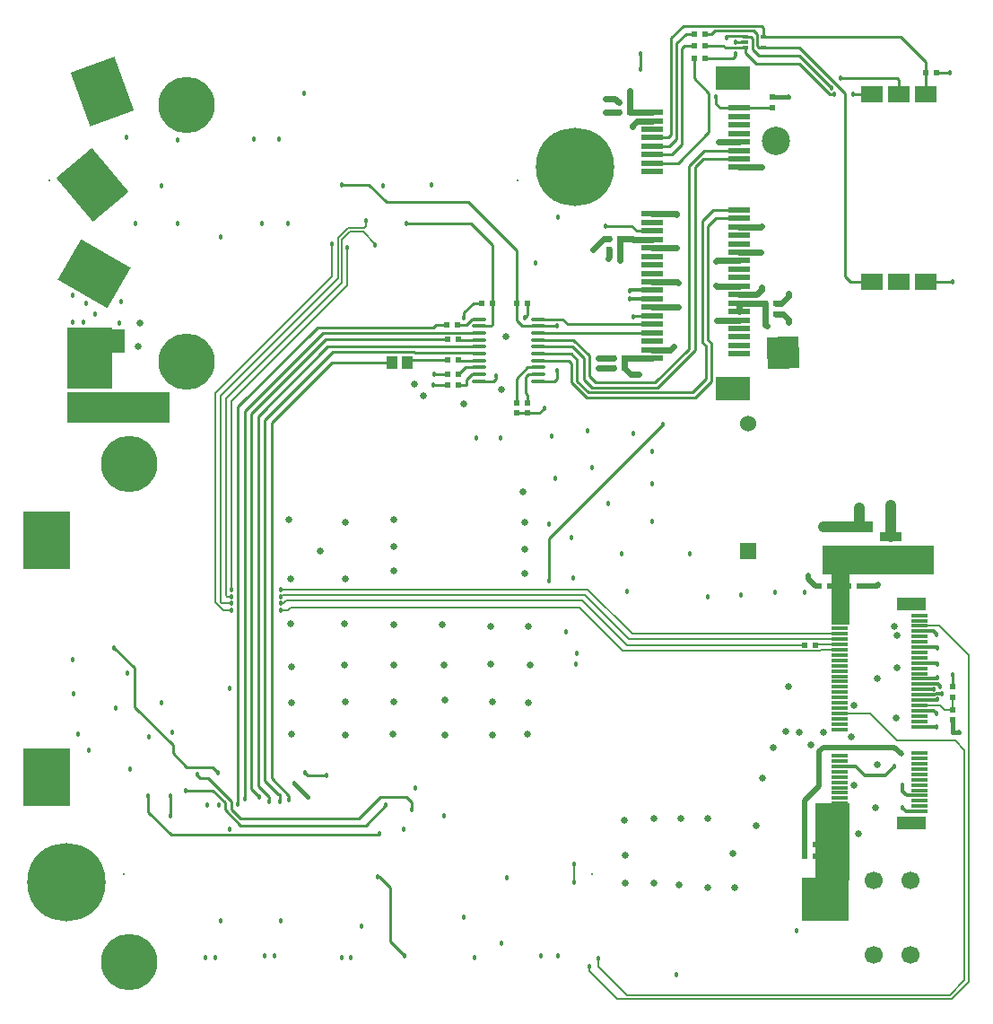
<source format=gbl>
G04 Layer_Physical_Order=4*
G04 Layer_Color=16711680*
%FSLAX25Y25*%
%MOIN*%
G70*
G01*
G75*
%ADD12R,0.02362X0.02362*%
%ADD13R,0.02362X0.02362*%
%ADD14R,0.02362X0.01968*%
%ADD18O,0.05512X0.01378*%
%ADD20R,0.07874X0.03347*%
%ADD30R,0.03937X0.05118*%
%ADD38R,0.10236X0.04331*%
%ADD45C,0.01500*%
%ADD46C,0.01000*%
%ADD48C,0.04000*%
%ADD49C,0.02000*%
%ADD50C,0.01300*%
%ADD51C,0.00700*%
%ADD56P,0.16703X4X317.0*%
%ADD57C,0.10512*%
%ADD58R,0.06000X0.06000*%
%ADD59C,0.06000*%
%ADD60C,0.06693*%
%ADD61C,0.29134*%
%ADD62C,0.20866*%
%ADD63C,0.00787*%
%ADD64C,0.01800*%
%ADD65C,0.02600*%
%ADD77R,0.06102X0.01181*%
%ADD78R,0.10827X0.04724*%
%ADD79R,0.12598X0.09055*%
%ADD80R,0.07874X0.02362*%
%ADD81R,0.17323X0.21260*%
G04:AMPARAMS|DCode=82|XSize=212.6mil|YSize=173.23mil|CornerRadius=0mil|HoleSize=0mil|Usage=FLASHONLY|Rotation=110.000|XOffset=0mil|YOffset=0mil|HoleType=Round|Shape=Rectangle|*
%AMROTATEDRECTD82*
4,1,4,0.11775,-0.07026,-0.04503,-0.12951,-0.11775,0.07026,0.04503,0.12951,0.11775,-0.07026,0.0*
%
%ADD82ROTATEDRECTD82*%

G04:AMPARAMS|DCode=83|XSize=212.6mil|YSize=173.23mil|CornerRadius=0mil|HoleSize=0mil|Usage=FLASHONLY|Rotation=150.000|XOffset=0mil|YOffset=0mil|HoleType=Round|Shape=Rectangle|*
%AMROTATEDRECTD83*
4,1,4,0.13537,0.02186,0.04875,-0.12816,-0.13537,-0.02186,-0.04875,0.12816,0.13537,0.02186,0.0*
%
%ADD83ROTATEDRECTD83*%

G04:AMPARAMS|DCode=84|XSize=212.6mil|YSize=173.23mil|CornerRadius=0mil|HoleSize=0mil|Usage=FLASHONLY|Rotation=130.000|XOffset=0mil|YOffset=0mil|HoleType=Round|Shape=Rectangle|*
%AMROTATEDRECTD84*
4,1,4,0.13468,-0.02576,0.00198,-0.13710,-0.13468,0.02576,-0.00198,0.13710,0.13468,-0.02576,0.0*
%
%ADD84ROTATEDRECTD84*%

%ADD85R,0.07874X0.06299*%
%ADD86R,0.01968X0.01772*%
%ADD87R,0.02559X0.01181*%
%ADD88R,0.01968X0.01476*%
%ADD89R,0.20472X0.09055*%
%ADD90C,0.01180*%
%ADD91C,0.02300*%
%ADD92R,0.17000X0.23000*%
%ADD93R,0.17500X0.16000*%
%ADD94R,0.12500X0.29000*%
%ADD95R,0.06500X0.19500*%
%ADD96R,0.41500X0.11000*%
%ADD97R,0.38000X0.11500*%
D12*
X464000Y238032D02*
D03*
Y241968D02*
D03*
Y246532D02*
D03*
Y250468D02*
D03*
X306000Y352031D02*
D03*
Y355968D02*
D03*
X302000Y352031D02*
D03*
Y355968D02*
D03*
X397000Y469468D02*
D03*
Y465531D02*
D03*
D13*
X368000Y484000D02*
D03*
X371937D02*
D03*
X368032Y488500D02*
D03*
X371969D02*
D03*
X368032Y493000D02*
D03*
X371969D02*
D03*
X409031Y266000D02*
D03*
X412968D02*
D03*
X280469Y362500D02*
D03*
X276532D02*
D03*
X280469Y366500D02*
D03*
X276532D02*
D03*
X280469Y379500D02*
D03*
X276532D02*
D03*
X279969Y385000D02*
D03*
X276031D02*
D03*
X280469Y372000D02*
D03*
X276532D02*
D03*
D14*
X454032Y478500D02*
D03*
X457969D02*
D03*
X425531Y288000D02*
D03*
X429468D02*
D03*
X418469Y288000D02*
D03*
X414532D02*
D03*
X412968Y187500D02*
D03*
X409031D02*
D03*
X412968Y192000D02*
D03*
X409031D02*
D03*
X341968Y372500D02*
D03*
X338032D02*
D03*
X341968Y369000D02*
D03*
X338032D02*
D03*
X394531Y389000D02*
D03*
X398468D02*
D03*
X394531Y393000D02*
D03*
X398468D02*
D03*
X340469Y413000D02*
D03*
X336531D02*
D03*
X340469Y417000D02*
D03*
X336531D02*
D03*
X343969Y464000D02*
D03*
X340032D02*
D03*
X343969Y467500D02*
D03*
X340032D02*
D03*
X293000Y393000D02*
D03*
X289063D02*
D03*
X302031Y393000D02*
D03*
X305968D02*
D03*
D18*
X310024Y387016D02*
D03*
Y384457D02*
D03*
Y381898D02*
D03*
Y379339D02*
D03*
Y376780D02*
D03*
Y374220D02*
D03*
Y371661D02*
D03*
Y369102D02*
D03*
Y366543D02*
D03*
Y363984D02*
D03*
X287976Y387016D02*
D03*
Y384457D02*
D03*
Y381898D02*
D03*
Y379339D02*
D03*
Y376780D02*
D03*
Y374220D02*
D03*
Y371661D02*
D03*
Y369102D02*
D03*
Y366543D02*
D03*
Y363984D02*
D03*
D20*
X441000Y306248D02*
D03*
Y299752D02*
D03*
D30*
X255744Y371000D02*
D03*
X261256D02*
D03*
D38*
X429500Y309815D02*
D03*
Y299185D02*
D03*
D45*
X219500Y214500D02*
X224500Y209500D01*
X464000Y233500D02*
X466500D01*
X464000D02*
Y238032D01*
X397000Y469468D02*
X397031Y469500D01*
X403000D01*
D46*
X152500Y265000D02*
X160000Y257500D01*
Y243000D02*
Y257500D01*
Y243000D02*
X174250Y228750D01*
Y225750D02*
Y228750D01*
Y225750D02*
X179500Y220500D01*
X189000D01*
X191000Y218500D01*
X223500D02*
X224500Y217500D01*
X231500D01*
X183500D02*
Y218000D01*
Y217500D02*
X184500Y216500D01*
X187500D01*
X196000Y208000D01*
Y205000D02*
Y208000D01*
Y205000D02*
X199500Y201500D01*
X243500D01*
X193600Y204900D02*
Y207370D01*
X203500Y212500D02*
X206500Y209500D01*
X210000Y208000D02*
Y209500D01*
X243500Y201500D02*
X251500Y209500D01*
X261000D01*
X263000Y207500D01*
Y205000D02*
Y207500D01*
X179000Y212000D02*
X188970D01*
X193600Y207370D01*
Y204900D02*
X199500Y199000D01*
X246000D01*
X253500Y206500D01*
X173500Y202500D02*
Y210000D01*
X250500Y180000D02*
X251000D01*
X255000Y176000D01*
Y156000D02*
Y176000D01*
Y156000D02*
X260500Y150500D01*
X165000Y204000D02*
Y210000D01*
Y204000D02*
X173600Y195400D01*
X250400D01*
X251000Y196000D01*
X310531Y352031D02*
X312500Y354000D01*
X306000Y352031D02*
X310531D01*
X302000D02*
X306000D01*
X464000Y250468D02*
Y255000D01*
X454000Y401000D02*
X464000D01*
X463000Y478500D02*
X463000Y478500D01*
X457969Y478500D02*
X463000D01*
X372500Y365000D02*
Y377000D01*
X367300Y359800D02*
X372500Y365000D01*
X328700Y359800D02*
X367300D01*
X374500Y364000D02*
Y378000D01*
X368500Y358000D02*
X374500Y364000D01*
X328096Y358000D02*
X368500D01*
X371000Y378500D02*
X372500Y377000D01*
X371000Y378500D02*
Y423500D01*
X373000Y379500D02*
X374500Y378000D01*
X373000Y379500D02*
Y421500D01*
X371000Y423500D02*
X375118Y427618D01*
X384784D01*
X373000Y421500D02*
X375969Y424469D01*
X384784D01*
X366000Y444000D02*
X371665Y449665D01*
X366000Y376000D02*
Y444000D01*
X353500Y363500D02*
X366000Y376000D01*
X368500Y443500D02*
X371516Y446516D01*
X368500Y375500D02*
Y443500D01*
X354500Y361500D02*
X368500Y375500D01*
X383500Y490000D02*
X383531Y489968D01*
X379000Y488500D02*
X379530Y487970D01*
X380000Y491500D02*
X380530Y492030D01*
X386907D01*
X387000Y491937D01*
X379530Y487970D02*
X386970D01*
X387000Y488000D01*
X383531Y489968D02*
X386705D01*
X389800Y487200D02*
Y491074D01*
X388937Y491937D02*
X389800Y491074D01*
X375800Y494300D02*
X390200D01*
X374500Y493000D02*
X375800Y494300D01*
X371969Y493000D02*
X374500D01*
X284000Y430500D02*
X302000Y412500D01*
X237000Y437000D02*
X247125D01*
X253625Y430500D01*
X302000Y386500D02*
Y412500D01*
X253625Y430500D02*
X284000D01*
X271500Y366500D02*
X276532D01*
X271000Y362500D02*
X276532D01*
X294500Y365000D02*
Y366000D01*
X293484Y363984D02*
X294500Y365000D01*
X287976Y363984D02*
X293484D01*
X272000Y385000D02*
X276532D01*
X271000Y384000D02*
X272000Y385000D01*
X228000Y384000D02*
X271000D01*
X282500Y387500D02*
Y389500D01*
X286000Y393000D01*
X289063D01*
X305000Y387500D02*
X305968Y388469D01*
Y393000D01*
X283469Y385000D02*
X285484Y387016D01*
X280469Y385000D02*
X283469D01*
X198500Y354500D02*
X228000Y384000D01*
X320902Y385098D02*
X352500D01*
X318984Y387016D02*
X320902Y385098D01*
X310024Y387016D02*
X318984D01*
X287976Y384457D02*
X292457D01*
X293000Y385000D01*
Y393000D01*
Y414500D01*
X284890Y422610D02*
X293000Y414500D01*
X261110Y422610D02*
X284890D01*
X310024Y363984D02*
X315984D01*
X317000Y365000D01*
Y368000D01*
X316957Y384457D02*
X317000Y384500D01*
X310024Y384457D02*
X316957D01*
X304043D02*
X310024D01*
X302000Y386500D02*
X304043Y384457D01*
X198500Y207000D02*
Y354500D01*
X229898Y381898D02*
X287976D01*
X201000Y353000D02*
X229898Y381898D01*
X201000Y209000D02*
Y353000D01*
X231000Y379500D02*
X276532D01*
X203500Y352000D02*
X231000Y379500D01*
X203500Y212500D02*
Y352000D01*
X231780Y376780D02*
X287976D01*
X206000Y351000D02*
X231780Y376780D01*
X206000Y213500D02*
Y351000D01*
X233759Y374759D02*
X263882D01*
X208500Y349500D02*
X233759Y374759D01*
X208500Y215500D02*
Y349500D01*
X233500Y371000D02*
X255744D01*
X211000Y348500D02*
X233500Y371000D01*
X211000Y216500D02*
Y348500D01*
X314000Y290000D02*
Y305500D01*
X356500Y348000D01*
X211000Y216500D02*
X217500Y210000D01*
Y208500D02*
Y210000D01*
X264260Y374381D02*
X287976D01*
X263882Y374759D02*
X264260Y374381D01*
X287976Y374220D02*
Y374381D01*
X208500Y215500D02*
X213500Y210500D01*
X214000D01*
Y208000D02*
Y210500D01*
X206000Y213500D02*
X210000Y209500D01*
X335000Y421500D02*
X344831D01*
X346587Y419744D01*
X352500D01*
X261256Y372000D02*
X276532D01*
X280469D02*
X280807Y371661D01*
X287976D01*
X280469Y379500D02*
X280630Y379339D01*
X287976D01*
X285484Y387016D02*
X287976D01*
X329000Y366000D02*
Y373500D01*
X323161Y379339D02*
X329000Y373500D01*
X310024Y379339D02*
X323161D01*
X327000Y364500D02*
Y372500D01*
X322721Y376780D02*
X327000Y372500D01*
X310024Y376780D02*
X322721D01*
X324500Y364000D02*
Y372000D01*
X322280Y374220D02*
X324500Y372000D01*
X310024Y374220D02*
X322280D01*
X322500Y363596D02*
Y370500D01*
X321339Y371661D02*
X322500Y370500D01*
X310024Y371661D02*
X321339D01*
X322500Y363596D02*
X328096Y358000D01*
X324500Y364000D02*
X328700Y359800D01*
X305500Y359500D02*
Y365500D01*
Y359500D02*
X306000Y359000D01*
X306543Y366543D02*
X310024D01*
X305500Y365500D02*
X306543Y366543D01*
X302000Y365000D02*
X306102Y369102D01*
X302000Y355968D02*
Y365000D01*
X306102Y369102D02*
X310024D01*
X327000Y364500D02*
X330000Y361500D01*
X354500D01*
X371516Y446516D02*
X384784D01*
X310075Y381949D02*
X352500D01*
X310024Y381898D02*
X310075Y381949D01*
X329000Y366000D02*
X331500Y363500D01*
X353500D01*
X371665Y449665D02*
X384784D01*
X280469Y366500D02*
X283071Y369102D01*
X287976D01*
X280469Y362500D02*
X283500D01*
Y364500D01*
X285543Y366543D01*
X287976D01*
X348000Y480000D02*
Y485500D01*
X345500Y388000D02*
X345748Y388248D01*
X352500D01*
X306000Y355968D02*
Y359000D01*
X376000Y467000D02*
Y469500D01*
Y467000D02*
X377587Y465413D01*
X384784D01*
X396882D02*
X397000Y465531D01*
X384784Y465413D02*
X396882D01*
X444000Y470685D02*
Y476000D01*
X443500Y476500D02*
X444000Y476000D01*
X422500Y476500D02*
X443500D01*
X407000Y485000D02*
X419000Y473000D01*
X392000Y485000D02*
X407000D01*
Y488000D02*
X424000Y471000D01*
X393693Y488000D02*
X407000D01*
X424000Y403000D02*
Y471000D01*
X389800Y487200D02*
X392000Y485000D01*
X391500Y488500D02*
Y493000D01*
Y488500D02*
X392000Y488000D01*
X393693D01*
X387000Y491937D02*
X388937D01*
X383500Y485000D02*
Y485500D01*
X382500Y484000D02*
X383500Y485000D01*
X371937Y484000D02*
X382500D01*
X368000Y476500D02*
Y484000D01*
Y476500D02*
X373500Y471000D01*
Y456500D02*
Y471000D01*
X361941Y444941D02*
X373500Y456500D01*
X352500Y444941D02*
X361941D01*
X427185Y470685D02*
X434000D01*
X427000Y470500D02*
X427185Y470685D01*
X418500Y470500D02*
X420000D01*
X407000Y482000D02*
X418500Y470500D01*
X391000Y482000D02*
X407000D01*
X387000Y486000D02*
X391000Y482000D01*
X387000Y486000D02*
Y488000D01*
X371969Y488500D02*
X379000D01*
X364500D02*
X368032D01*
X363500Y487500D02*
X364500Y488500D01*
X363500Y452000D02*
Y487500D01*
X359591Y448091D02*
X363500Y452000D01*
X352500Y448091D02*
X359591D01*
X426000Y401000D02*
X434000D01*
X424000Y403000D02*
X426000Y401000D01*
X390200Y494300D02*
X391500Y493000D01*
X365000D02*
X368032D01*
X361500Y489500D02*
X365000Y493000D01*
X361500Y454000D02*
Y489500D01*
X364000Y496000D02*
X393000D01*
X359500Y491500D02*
X364000Y496000D01*
X393000D02*
X393693Y495307D01*
X358740Y451240D02*
X361500Y454000D01*
X352500Y451240D02*
X358740D01*
X454000Y470685D02*
X454032Y470716D01*
Y478500D01*
Y482469D01*
X444563Y491937D02*
X454032Y482469D01*
X393693Y491937D02*
X444563D01*
X393693D02*
Y495307D01*
X359500Y455500D02*
Y491500D01*
X358390Y454390D02*
X359500Y455500D01*
X352500Y454390D02*
X358390D01*
D48*
X429500Y317000D02*
X429500Y317000D01*
X429500Y309815D02*
Y317000D01*
X416000Y310000D02*
X416185Y309815D01*
X429500D01*
X441000Y306248D02*
Y318000D01*
D49*
X442500Y228000D02*
X445000Y225500D01*
X416000Y228000D02*
X442500D01*
X414500Y226500D02*
X416000Y228000D01*
X414500Y213500D02*
Y226500D01*
X409031Y208032D02*
X414500Y213500D01*
X409031Y192000D02*
Y208032D01*
Y187500D02*
Y192000D01*
X410500Y290500D02*
Y292000D01*
Y290500D02*
X413000Y288000D01*
X414532D01*
X436000Y288000D02*
X436500Y288500D01*
X429468Y288000D02*
X436000D01*
D50*
X344047Y394547D02*
X352500D01*
X344000Y394500D02*
X344047Y394547D01*
X344197Y397697D02*
X352500D01*
X344000Y397500D02*
X344197Y397697D01*
D51*
X233500Y403000D02*
Y415000D01*
X190000Y359500D02*
X233500Y403000D01*
X190000Y282000D02*
Y359500D01*
Y282000D02*
X193000Y279000D01*
X196000D01*
X214500D02*
X217000D01*
X218000Y280000D01*
X325500D01*
X341500Y264000D01*
X405500D01*
X405731Y263769D01*
X246000Y421500D02*
Y423500D01*
X245400Y420900D02*
X246000Y421500D01*
X239420Y420900D02*
X245400D01*
X235600Y417080D02*
X239420Y420900D01*
X235600Y402100D02*
Y417080D01*
X192000Y358500D02*
X235600Y402100D01*
X192000Y282000D02*
Y358500D01*
Y282000D02*
X192500Y281500D01*
X196000D01*
X214500D02*
X215500D01*
X216500Y282500D01*
X326500D01*
X343000Y266000D01*
X409031D01*
X249500Y414500D02*
Y415000D01*
X245000Y419500D02*
X249500Y415000D01*
X240000Y419500D02*
X245000D01*
X237000Y416500D02*
X240000Y419500D01*
X237000Y400500D02*
Y416500D01*
X194000Y357500D02*
X237000Y400500D01*
X194000Y284500D02*
Y357500D01*
Y284500D02*
X194500Y284000D01*
X196000D01*
X214500D02*
X215000Y284500D01*
X327500D01*
X343769Y268231D01*
X239000Y399500D02*
Y413500D01*
X196000Y356500D02*
X239000Y399500D01*
X196000Y286500D02*
Y356500D01*
X214500Y286500D02*
X328500D01*
X344905Y270094D01*
X422000D01*
X343769Y268231D02*
X421895D01*
X422000Y268126D01*
X405731Y263769D02*
X414584D01*
X415005Y264189D01*
X422000D01*
X458953Y273047D02*
X469900Y262100D01*
X451724Y273047D02*
X458953D01*
X469900Y140920D02*
Y262100D01*
X323500Y178000D02*
Y184500D01*
X329000Y145000D02*
Y146500D01*
Y145000D02*
X339400Y134600D01*
X463580D01*
X469900Y140920D01*
X468500Y141500D02*
Y227000D01*
X465000Y230500D02*
X468500Y227000D01*
X443500Y230500D02*
X465000D01*
X332500Y146500D02*
Y149500D01*
Y146500D02*
X343000Y136000D01*
X463000D01*
X468500Y141500D01*
X433433Y240567D02*
X443500Y230500D01*
X422000Y240567D02*
X433433D01*
X412968Y266000D02*
X413126Y266158D01*
X422000D01*
X464000Y241968D02*
Y246532D01*
X461031Y241968D02*
X464000D01*
X459480Y243520D02*
X461031Y241968D01*
X451724Y243520D02*
X459480D01*
D56*
X401000Y374500D02*
D03*
D57*
X398252Y453192D02*
D03*
D58*
X388000Y301000D02*
D03*
D59*
Y348244D02*
D03*
D60*
X448500Y151000D02*
D03*
X434721D02*
D03*
X448500Y178559D02*
D03*
X434721D02*
D03*
D61*
X323709Y443598D02*
D03*
X134732Y177850D02*
D03*
D62*
X179469Y371319D02*
D03*
X158122Y333087D02*
D03*
X179469Y466595D02*
D03*
X158122Y148047D02*
D03*
D63*
X128433Y438480D02*
D03*
X302449D02*
D03*
X330008Y181000D02*
D03*
X155992D02*
D03*
D64*
X158500Y220000D02*
D03*
X137000Y260500D02*
D03*
X137500Y248000D02*
D03*
X157500Y255500D02*
D03*
X170000Y244500D02*
D03*
X195500Y250000D02*
D03*
X174000Y233500D02*
D03*
X139000Y233000D02*
D03*
X143000Y227000D02*
D03*
X153000Y242500D02*
D03*
X165500Y232000D02*
D03*
X152500Y265000D02*
D03*
X191000Y218500D02*
D03*
X223500D02*
D03*
X231500Y217500D02*
D03*
X183500Y218000D02*
D03*
X206500Y209500D02*
D03*
X210000Y208000D02*
D03*
X263000Y205000D02*
D03*
X179000Y212000D02*
D03*
X253500Y206500D02*
D03*
X173500Y210000D02*
D03*
Y202500D02*
D03*
X250500Y180000D02*
D03*
X260500Y150500D02*
D03*
X165000Y210000D02*
D03*
X251000Y196000D02*
D03*
X312500Y354000D02*
D03*
X445000Y225500D02*
D03*
X464000Y255000D02*
D03*
X458000Y270000D02*
D03*
X458500Y265000D02*
D03*
Y259000D02*
D03*
Y254000D02*
D03*
X459500Y250500D02*
D03*
X457000Y249500D02*
D03*
X460000Y248000D02*
D03*
X458500Y246000D02*
D03*
X458000Y240500D02*
D03*
Y235500D02*
D03*
X445500Y214000D02*
D03*
Y205500D02*
D03*
X442500Y221000D02*
D03*
X410500Y292000D02*
D03*
X436500Y288500D02*
D03*
X429500Y317000D02*
D03*
X416000Y310000D02*
D03*
X464000Y401000D02*
D03*
X463000Y478500D02*
D03*
X330500Y413000D02*
D03*
X336000Y409500D02*
D03*
X361500Y413500D02*
D03*
Y426000D02*
D03*
X362000Y400500D02*
D03*
Y391500D02*
D03*
X332500Y372500D02*
D03*
Y369000D02*
D03*
X360500Y377000D02*
D03*
X376500Y386500D02*
D03*
X403000Y396500D02*
D03*
Y386000D02*
D03*
X393000Y399000D02*
D03*
X376000Y399500D02*
D03*
Y408500D02*
D03*
X392870Y411870D02*
D03*
X393000Y421500D02*
D03*
X383500Y490000D02*
D03*
X380000Y491500D02*
D03*
X377000Y453000D02*
D03*
X393000Y443500D02*
D03*
X345000Y458500D02*
D03*
X335000Y464000D02*
D03*
Y469000D02*
D03*
X324500Y263000D02*
D03*
X320500Y271000D02*
D03*
X409000Y285500D02*
D03*
X398000D02*
D03*
X406000Y160000D02*
D03*
X240500Y150000D02*
D03*
X237000Y150000D02*
D03*
X212000Y150500D02*
D03*
X208500D02*
D03*
X190000Y150000D02*
D03*
X186500D02*
D03*
X187000Y206500D02*
D03*
X191500D02*
D03*
X223000Y471000D02*
D03*
X264500Y213000D02*
D03*
X275000Y202500D02*
D03*
X286500Y150000D02*
D03*
X296500Y155063D02*
D03*
X311000Y150500D02*
D03*
X317500D02*
D03*
X361500Y143500D02*
D03*
X298500Y179500D02*
D03*
X282500Y165000D02*
D03*
X260000Y197500D02*
D03*
X160500Y422500D02*
D03*
X170000Y436500D02*
D03*
X207500Y422500D02*
D03*
X217000D02*
D03*
X252500Y436500D02*
D03*
X270500Y437000D02*
D03*
X213866Y453866D02*
D03*
X204500Y454000D02*
D03*
X176071Y453429D02*
D03*
X157000Y454500D02*
D03*
X176000Y422500D02*
D03*
X192000Y417500D02*
D03*
X317500Y425000D02*
D03*
X309000Y408000D02*
D03*
X271500Y366500D02*
D03*
X271000Y362500D02*
D03*
X294500Y366000D02*
D03*
X282500Y387500D02*
D03*
X305000D02*
D03*
X142000Y393000D02*
D03*
X137000Y396000D02*
D03*
Y386000D02*
D03*
X141000D02*
D03*
X145500Y389000D02*
D03*
X155000Y393500D02*
D03*
X154500Y385500D02*
D03*
X141500Y367500D02*
D03*
X146000Y372500D02*
D03*
X137000D02*
D03*
Y363000D02*
D03*
X146000D02*
D03*
X340500Y409000D02*
D03*
X344000Y472000D02*
D03*
X395000Y384500D02*
D03*
X347500Y366500D02*
D03*
X195500Y197500D02*
D03*
X192000Y163500D02*
D03*
X214500D02*
D03*
X244500Y161500D02*
D03*
X324000Y259000D02*
D03*
X366500Y300000D02*
D03*
X341000D02*
D03*
X328500Y345500D02*
D03*
X336000Y318500D02*
D03*
X330000Y332000D02*
D03*
X316500Y328000D02*
D03*
X345500Y344500D02*
D03*
X315000Y343500D02*
D03*
X296000Y343000D02*
D03*
X287000D02*
D03*
X314000Y311000D02*
D03*
X322500Y306000D02*
D03*
X352500Y312000D02*
D03*
Y326000D02*
D03*
Y338000D02*
D03*
X323000Y291000D02*
D03*
X343000Y286000D02*
D03*
X373000Y284000D02*
D03*
X385500Y284500D02*
D03*
X261110Y422610D02*
D03*
X224500Y209500D02*
D03*
X219500Y214500D02*
D03*
X466500Y233500D02*
D03*
X403000Y469500D02*
D03*
X317000Y368000D02*
D03*
Y384500D02*
D03*
X237000Y437000D02*
D03*
X233500Y415000D02*
D03*
X196000Y279000D02*
D03*
X214500D02*
D03*
X246000Y423500D02*
D03*
X196000Y281500D02*
D03*
X214500D02*
D03*
X249500Y414500D02*
D03*
X196000Y284000D02*
D03*
X214500D02*
D03*
X239000Y413500D02*
D03*
X196000Y286500D02*
D03*
X214500D02*
D03*
X323500Y184500D02*
D03*
Y178000D02*
D03*
X329000Y146500D02*
D03*
X332500Y149500D02*
D03*
X314000Y290000D02*
D03*
X356500Y348000D02*
D03*
X217500Y208500D02*
D03*
X214000Y208000D02*
D03*
X201000Y209000D02*
D03*
X198500Y207000D02*
D03*
X335000Y421500D02*
D03*
X348000Y485500D02*
D03*
Y480000D02*
D03*
X345500Y388000D02*
D03*
X376000Y469500D02*
D03*
X422500Y476500D02*
D03*
X419000Y473000D02*
D03*
X383500Y485500D02*
D03*
X427000Y470500D02*
D03*
X420000D02*
D03*
X344000Y394500D02*
D03*
Y397500D02*
D03*
D65*
X415500Y166500D02*
D03*
X411000D02*
D03*
X162000Y385500D02*
D03*
X161500Y377000D02*
D03*
X411500Y229000D02*
D03*
X407000Y233500D02*
D03*
X427500Y243500D02*
D03*
X443500Y269500D02*
D03*
X442500Y273000D02*
D03*
X443500Y257500D02*
D03*
X443000Y239000D02*
D03*
X436000Y253500D02*
D03*
X426500Y232000D02*
D03*
X435500Y205500D02*
D03*
X429000Y196000D02*
D03*
X427500Y214000D02*
D03*
X436000Y221500D02*
D03*
X416000Y233500D02*
D03*
X403000Y250500D02*
D03*
X397500Y228000D02*
D03*
X402000Y234000D02*
D03*
X393500Y216500D02*
D03*
X391000Y199000D02*
D03*
X382500Y188500D02*
D03*
X383000Y176000D02*
D03*
X373000D02*
D03*
Y201500D02*
D03*
X363000D02*
D03*
X362500Y177000D02*
D03*
X353000Y177500D02*
D03*
Y201500D02*
D03*
X342500Y188000D02*
D03*
Y177500D02*
D03*
X342000Y201000D02*
D03*
X306500Y244500D02*
D03*
X306000Y233000D02*
D03*
X293000Y232500D02*
D03*
Y245000D02*
D03*
X275500Y245500D02*
D03*
Y232500D02*
D03*
X256000Y233000D02*
D03*
X256500Y245000D02*
D03*
X238500D02*
D03*
Y232500D02*
D03*
X218500Y233000D02*
D03*
Y244500D02*
D03*
Y258000D02*
D03*
X238000Y258500D02*
D03*
X256500D02*
D03*
X275000D02*
D03*
X292500Y259000D02*
D03*
X307000Y258500D02*
D03*
X306500Y273000D02*
D03*
X292500D02*
D03*
X274500Y273500D02*
D03*
X256500D02*
D03*
X238000Y274000D02*
D03*
X218000D02*
D03*
X229000Y301000D02*
D03*
X238500Y290500D02*
D03*
Y311500D02*
D03*
X218000Y290500D02*
D03*
X217500Y312500D02*
D03*
X267500Y358500D02*
D03*
X264000Y363000D02*
D03*
X298000Y380500D02*
D03*
X296500Y361000D02*
D03*
X282500Y355500D02*
D03*
X304500Y323000D02*
D03*
X305000Y311500D02*
D03*
Y301500D02*
D03*
Y292500D02*
D03*
X256500Y293500D02*
D03*
Y302500D02*
D03*
Y312500D02*
D03*
X163000Y350500D02*
D03*
Y358000D02*
D03*
X167500Y354500D02*
D03*
X452000Y295000D02*
D03*
X443500D02*
D03*
X428000D02*
D03*
X418000Y300500D02*
D03*
X420000Y295000D02*
D03*
X436500D02*
D03*
X454000Y300000D02*
D03*
X441000Y318000D02*
D03*
X171000Y350500D02*
D03*
Y358000D02*
D03*
D77*
X451724Y204150D02*
D03*
Y206118D02*
D03*
Y208087D02*
D03*
Y210055D02*
D03*
Y217929D02*
D03*
Y215961D02*
D03*
Y213992D02*
D03*
Y212024D02*
D03*
Y225803D02*
D03*
Y223835D02*
D03*
Y221866D02*
D03*
Y219898D02*
D03*
Y241551D02*
D03*
Y239583D02*
D03*
Y237614D02*
D03*
Y235646D02*
D03*
Y259268D02*
D03*
Y261236D02*
D03*
Y263205D02*
D03*
Y265173D02*
D03*
Y251394D02*
D03*
Y253362D02*
D03*
Y255331D02*
D03*
Y257299D02*
D03*
Y249425D02*
D03*
Y247457D02*
D03*
Y245488D02*
D03*
Y243520D02*
D03*
Y267142D02*
D03*
Y269110D02*
D03*
Y276984D02*
D03*
Y275016D02*
D03*
Y273047D02*
D03*
Y271079D02*
D03*
X422000Y205134D02*
D03*
Y207102D02*
D03*
Y209071D02*
D03*
Y211039D02*
D03*
Y213008D02*
D03*
Y214976D02*
D03*
Y224819D02*
D03*
Y222850D02*
D03*
Y220882D02*
D03*
Y218913D02*
D03*
Y216945D02*
D03*
Y252378D02*
D03*
Y250410D02*
D03*
Y248441D02*
D03*
Y246472D02*
D03*
Y244504D02*
D03*
Y242535D02*
D03*
Y240567D02*
D03*
Y238598D02*
D03*
Y236630D02*
D03*
Y234661D02*
D03*
Y262221D02*
D03*
Y260252D02*
D03*
Y258283D02*
D03*
Y256315D02*
D03*
Y254346D02*
D03*
Y272063D02*
D03*
Y270094D02*
D03*
Y268126D02*
D03*
Y266158D02*
D03*
Y264189D02*
D03*
Y276000D02*
D03*
Y274031D02*
D03*
D78*
X448673Y199819D02*
D03*
Y281315D02*
D03*
D79*
X382421Y361280D02*
D03*
Y476634D02*
D03*
D80*
X352500Y372500D02*
D03*
Y397697D02*
D03*
Y394547D02*
D03*
Y391398D02*
D03*
Y388248D02*
D03*
Y385098D02*
D03*
Y381949D02*
D03*
Y378799D02*
D03*
Y375650D02*
D03*
Y422894D02*
D03*
Y419744D02*
D03*
Y416595D02*
D03*
Y413445D02*
D03*
Y410295D02*
D03*
Y407146D02*
D03*
Y403996D02*
D03*
Y400846D02*
D03*
X384784Y374075D02*
D03*
Y377224D02*
D03*
Y402421D02*
D03*
Y399272D02*
D03*
Y396122D02*
D03*
Y392972D02*
D03*
Y389823D02*
D03*
Y386673D02*
D03*
Y383524D02*
D03*
Y380374D02*
D03*
Y427618D02*
D03*
Y424469D02*
D03*
Y421319D02*
D03*
Y418169D02*
D03*
Y415020D02*
D03*
Y411870D02*
D03*
Y408720D02*
D03*
Y405571D02*
D03*
X352500Y426043D02*
D03*
Y441791D02*
D03*
Y444941D02*
D03*
Y448091D02*
D03*
Y451240D02*
D03*
Y454390D02*
D03*
Y457539D02*
D03*
Y460689D02*
D03*
X384784Y443366D02*
D03*
Y446516D02*
D03*
Y449665D02*
D03*
Y452815D02*
D03*
Y455965D02*
D03*
Y459114D02*
D03*
Y462264D02*
D03*
X352500Y463839D02*
D03*
X384784Y465413D02*
D03*
D81*
X127500Y305000D02*
D03*
Y217000D02*
D03*
D82*
X148000Y471500D02*
D03*
D83*
X145000Y404000D02*
D03*
D84*
X144500Y437000D02*
D03*
D85*
X454000Y470685D02*
D03*
X444000D02*
D03*
X434000D02*
D03*
X454000Y401000D02*
D03*
X444000D02*
D03*
X434000D02*
D03*
D86*
X393693Y491937D02*
D03*
Y488000D02*
D03*
D87*
X386705Y489968D02*
D03*
D88*
X387000Y491937D02*
D03*
Y488000D02*
D03*
D89*
X146500Y378909D02*
D03*
Y354500D02*
D03*
D90*
X456921Y271079D02*
X458000Y270000D01*
X451724Y271079D02*
X456921D01*
X458327Y265173D02*
X458500Y265000D01*
X451724Y265173D02*
X458327D01*
X458232Y259268D02*
X458500Y259000D01*
X451724Y259268D02*
X458232D01*
X457862Y253362D02*
X458500Y254000D01*
X451724Y253362D02*
X457862D01*
X458606Y251394D02*
X459500Y250500D01*
X451724Y251394D02*
X458606D01*
X456925Y249425D02*
X457000Y249500D01*
X451724Y249425D02*
X456925D01*
X458000Y248000D02*
X460000D01*
X457457Y247457D02*
X458000Y248000D01*
X451724Y247457D02*
X457457D01*
X457988Y245488D02*
X458500Y246000D01*
X451724Y245488D02*
X457988D01*
X456949Y241551D02*
X458000Y240500D01*
X451724Y241551D02*
X456949D01*
X457854Y235646D02*
X458000Y235500D01*
X451724Y235646D02*
X457854D01*
X445500Y211610D02*
Y214000D01*
Y211610D02*
X447055Y210055D01*
X451724D01*
X445500Y205500D02*
X446850Y204150D01*
X451724D01*
X439000Y217500D02*
X442500Y221000D01*
X431500Y217500D02*
X439000D01*
X428118Y220882D02*
X431500Y217500D01*
X422000Y220882D02*
X428118D01*
D91*
X330500Y413000D02*
X334500Y417000D01*
X336531D01*
X336000Y409500D02*
X336531Y410032D01*
Y413000D01*
X361445Y413445D02*
X361500Y413500D01*
X352500Y413445D02*
X361445D01*
X361457Y426043D02*
X361500Y426000D01*
X352500Y426043D02*
X361457D01*
X361653Y400846D02*
X362000Y400500D01*
X352500Y400846D02*
X361653D01*
X361898Y391398D02*
X362000Y391500D01*
X352500Y391398D02*
X361898D01*
X332500Y372500D02*
X332500Y372500D01*
X338032D01*
X332500Y369000D02*
X332500Y369000D01*
X338032D01*
X359150Y375650D02*
X360500Y377000D01*
X352500Y375650D02*
X359150D01*
X376500Y386500D02*
X376673Y386673D01*
X384784D01*
X403000Y395500D02*
Y396500D01*
X400500Y393000D02*
X403000Y395500D01*
X398468Y393000D02*
X400500D01*
X403000Y386000D02*
Y387000D01*
X401000Y389000D02*
X403000Y387000D01*
X398468Y389000D02*
X401000D01*
X393000Y398000D02*
Y399000D01*
X391122Y396122D02*
X393000Y398000D01*
X384784Y396122D02*
X391122D01*
X376000Y399500D02*
X376228Y399272D01*
X384784D01*
X376000Y408500D02*
X376220Y408720D01*
X384784D01*
Y411870D02*
X392870D01*
X392819Y421319D02*
X393000Y421500D01*
X384784Y421319D02*
X392819D01*
X377000Y453000D02*
X377185Y452815D01*
X384784D01*
X392866Y443366D02*
X393000Y443500D01*
X384784Y443366D02*
X392866D01*
X345000Y458500D02*
Y459000D01*
X346689Y460689D01*
X352500D01*
X335000Y464000D02*
X335000Y464000D01*
X340032D01*
X335000Y469000D02*
X338531D01*
X340032Y467500D01*
X340469Y409031D02*
X340500Y409000D01*
X340469Y409031D02*
Y413000D01*
X345406Y416595D02*
X352500D01*
X345000Y417000D02*
X345406Y416595D01*
X340469Y417000D02*
X345000D01*
X340469Y413000D02*
Y417000D01*
X343969Y471969D02*
X344000Y472000D01*
X343969Y467500D02*
Y471969D01*
Y464000D02*
Y467500D01*
Y464000D02*
X344130Y463839D01*
X352500D01*
X384784Y389823D02*
Y392972D01*
X384811Y393000D01*
X394531D01*
Y389000D02*
Y393000D01*
Y384968D02*
X395000Y384500D01*
X394531Y384968D02*
Y389000D01*
X344468Y366500D02*
X347500D01*
X341968Y369000D02*
X344468Y366500D01*
X341968Y369000D02*
Y372500D01*
X341968Y372500D01*
X352500D01*
D92*
X143500D02*
D03*
D93*
X416750Y171500D02*
D03*
D94*
X419250Y193000D02*
D03*
D95*
X422250Y283250D02*
D03*
D96*
X436250Y297500D02*
D03*
D97*
X154000Y354250D02*
D03*
M02*

</source>
